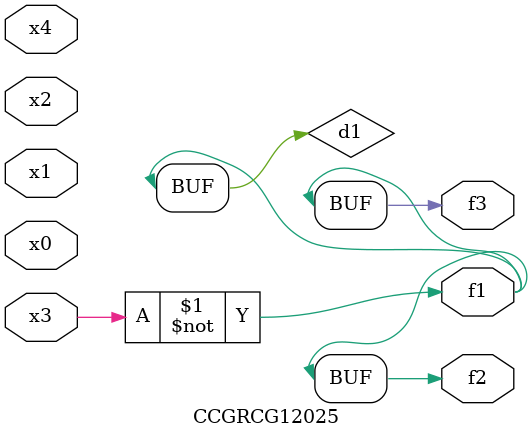
<source format=v>
module CCGRCG12025(
	input x0, x1, x2, x3, x4,
	output f1, f2, f3
);

	wire d1, d2;

	xnor (d1, x3);
	not (d2, x1);
	assign f1 = d1;
	assign f2 = d1;
	assign f3 = d1;
endmodule

</source>
